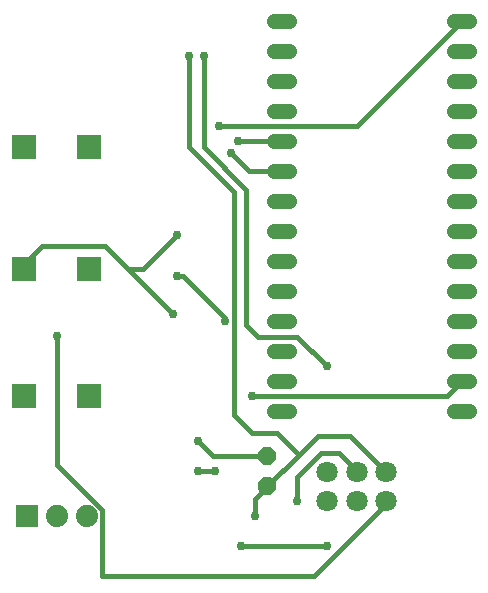
<source format=gbr>
G04 EAGLE Gerber RS-274X export*
G75*
%MOMM*%
%FSLAX34Y34*%
%LPD*%
%INBottom Copper*%
%IPPOS*%
%AMOC8*
5,1,8,0,0,1.08239X$1,22.5*%
G01*
%ADD10C,1.800000*%
%ADD11R,2.100000X2.100000*%
%ADD12C,1.308000*%
%ADD13R,1.879600X1.879600*%
%ADD14C,1.879600*%
%ADD15P,1.649562X8X202.500000*%
%ADD16C,0.756400*%
%ADD17C,0.406400*%


D10*
X1473200Y0D03*
X1473200Y25000D03*
X1498200Y25000D03*
X1498200Y0D03*
X1448200Y0D03*
X1448200Y25000D03*
D11*
X1191700Y88900D03*
X1246700Y88900D03*
X1191700Y299720D03*
X1246700Y299720D03*
D12*
X1555560Y381000D02*
X1568640Y381000D01*
X1568640Y76200D02*
X1555560Y76200D01*
X1555560Y101600D02*
X1568640Y101600D01*
X1568640Y127000D02*
X1555560Y127000D01*
X1555560Y152400D02*
X1568640Y152400D01*
X1568640Y177800D02*
X1555560Y177800D01*
X1555560Y203200D02*
X1568640Y203200D01*
X1568640Y228600D02*
X1555560Y228600D01*
X1555560Y254000D02*
X1568640Y254000D01*
X1568640Y279400D02*
X1555560Y279400D01*
X1555560Y304800D02*
X1568640Y304800D01*
X1416240Y76200D02*
X1403160Y76200D01*
X1403160Y101600D02*
X1416240Y101600D01*
X1416240Y254000D02*
X1403160Y254000D01*
X1403160Y279400D02*
X1416240Y279400D01*
X1416240Y304800D02*
X1403160Y304800D01*
X1403160Y330200D02*
X1416240Y330200D01*
X1416240Y406400D02*
X1403160Y406400D01*
X1555560Y406400D02*
X1568640Y406400D01*
X1568640Y355600D02*
X1555560Y355600D01*
X1555560Y330200D02*
X1568640Y330200D01*
X1416240Y381000D02*
X1403160Y381000D01*
X1403160Y355600D02*
X1416240Y355600D01*
X1416240Y127000D02*
X1403160Y127000D01*
X1403160Y228600D02*
X1416240Y228600D01*
X1416240Y203200D02*
X1403160Y203200D01*
X1403160Y177800D02*
X1416240Y177800D01*
X1416240Y152400D02*
X1403160Y152400D01*
D13*
X1193800Y-12700D03*
D14*
X1219200Y-12700D03*
X1244600Y-12700D03*
D11*
X1191700Y196850D03*
X1246700Y196850D03*
D15*
X1397000Y12700D03*
X1397000Y38100D03*
D16*
X1447800Y-38100D03*
D17*
X1375763Y-38100D01*
D16*
X1375763Y-38100D03*
D17*
X1369342Y73096D02*
X1369342Y261620D01*
X1331242Y299720D01*
D16*
X1330960Y377190D03*
D17*
X1331242Y376908D01*
X1331242Y299720D01*
X1467356Y55844D02*
X1498200Y25000D01*
X1467356Y55844D02*
X1440684Y55844D01*
X1397540Y12700D02*
X1397000Y12700D01*
X1424223Y39382D02*
X1440684Y55844D01*
X1424223Y39382D02*
X1405467Y58138D01*
X1384300Y58138D01*
D16*
X1386840Y-12700D03*
D17*
X1386840Y2000D01*
X1397540Y12700D01*
X1424223Y39382D01*
X1384300Y58138D02*
X1369342Y73096D01*
D16*
X1343660Y376837D03*
D17*
X1343660Y300003D01*
X1379728Y263935D01*
D16*
X1447800Y114300D03*
D17*
X1447800Y114798D01*
X1422962Y139636D01*
D16*
X1422400Y0D03*
D17*
X1422944Y544D02*
X1422944Y20864D01*
X1422944Y544D02*
X1422400Y0D01*
X1422944Y20864D02*
X1442720Y40640D01*
X1457960Y40640D01*
X1473200Y25400D01*
X1473200Y25000D01*
X1379728Y149352D02*
X1379728Y263935D01*
X1379728Y149352D02*
X1389444Y139636D01*
X1422962Y139636D01*
D16*
X1338862Y25400D03*
D17*
X1353538Y25400D01*
D16*
X1353538Y25400D03*
X1384300Y88900D03*
D17*
X1549400Y88900D01*
X1562100Y101600D01*
X1473200Y317500D02*
X1562100Y406400D01*
D16*
X1356360Y317500D03*
D17*
X1473200Y317500D01*
X1409700Y279400D02*
X1381760Y279400D01*
X1366520Y294640D01*
D16*
X1366520Y294640D03*
X1373152Y304800D03*
D17*
X1409700Y304800D01*
D16*
X1320800Y225425D03*
D17*
X1292225Y196850D01*
X1279525Y196850D01*
X1317625Y158750D01*
D16*
X1317625Y158750D03*
D17*
X1279525Y196850D02*
X1260475Y215900D01*
X1206500Y215900D01*
X1191700Y201100D01*
X1191700Y196850D01*
D16*
X1338580Y50800D03*
D17*
X1351280Y38100D01*
X1397000Y38100D01*
X1257554Y-7334D02*
X1257554Y-18066D01*
X1257300Y-18320D02*
X1257300Y-63500D01*
X1257300Y-18320D02*
X1257554Y-18066D01*
X1257554Y-7334D02*
X1219200Y31020D01*
D16*
X1219200Y139700D03*
D17*
X1219200Y31020D01*
X1498200Y0D02*
X1498200Y-2335D01*
X1437035Y-63500D01*
X1257300Y-63500D01*
D16*
X1320800Y190500D03*
D17*
X1325880Y190500D01*
X1361440Y154940D02*
X1361440Y152400D01*
X1361440Y154940D02*
X1325880Y190500D01*
D16*
X1361440Y152400D03*
M02*

</source>
